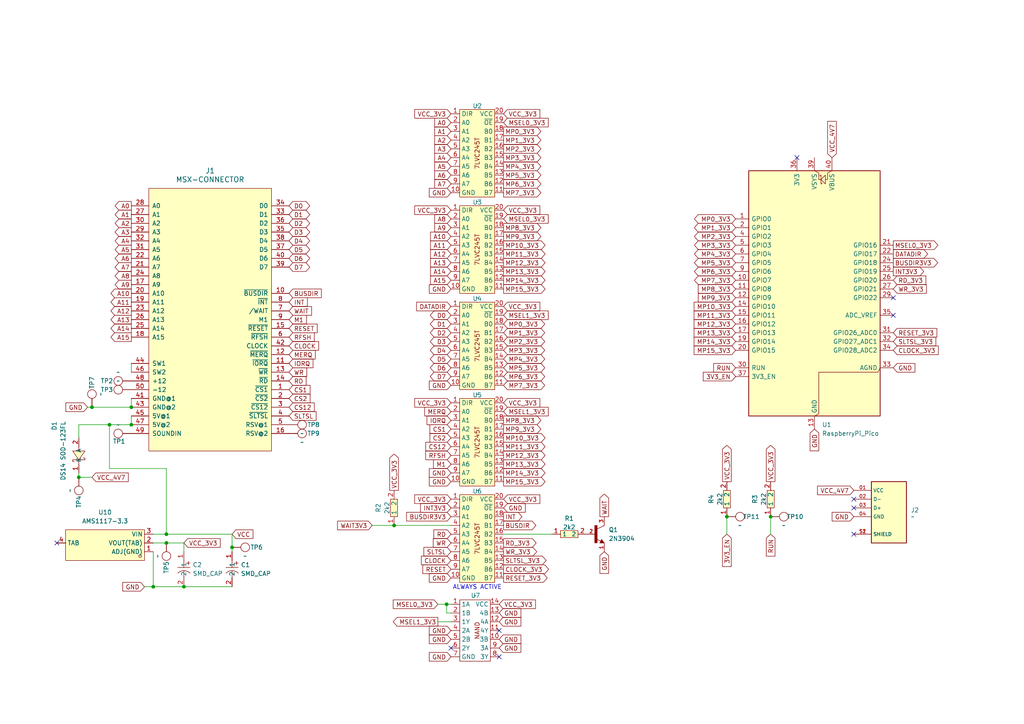
<source format=kicad_sch>
(kicad_sch (version 20231120) (generator "eeschema") (generator_version "8.0")
  (paper "A4")
  (title_block (title "PicoMSX") (date "2024-04-23") (company "Chandler Klüser"))
  (lib_symbols
    (symbol "pico-msxcart:2N3904" (pin_names (offset 1.016))
      (property "Reference" "Q" (at -0.762 3.048 0))
      (property "Value" "2N3904" (at -6.858 -4.318 0))
      (symbol "2N3904_0_0"
        (rectangle (start -0.254 -2.54) (end 0.508 2.54) (stroke (width 0.1)) (fill (type outline)))
        (polyline (pts (xy 1.27 -2.54) (xy 1.778 -1.524)) (stroke (width 0.1524)))
        (polyline (pts (xy 1.524 -2.413) (xy 2.286 -2.413)) (stroke (width 0.254)))
        (polyline (pts (xy 1.524 -2.286) (xy 1.905 -2.286)) (stroke (width 0.254)))
        (polyline (pts (xy 1.54 -2.04) (xy 0.308 -1.424)) (stroke (width 0.1524)))
        (polyline (pts (xy 1.778 -1.778) (xy 1.524 -2.286)) (stroke (width 0.254)))
        (polyline (pts (xy 1.778 -1.524) (xy 2.54 -2.54)) (stroke (width 0.1524)))
        (polyline (pts (xy 1.905 -2.286) (xy 1.778 -2.032)) (stroke (width 0.254)))
        (polyline (pts (xy 2.286 -2.413) (xy 1.778 -1.778)) (stroke (width 0.254)))
        (polyline (pts (xy 2.54 -2.54) (xy 1.27 -2.54)) (stroke (width 0.1524)))
        (polyline (pts (xy 2.54 2.54) (xy 0.508 1.524)) (stroke (width 0.1524)))
        (pin passive line (at 2.54 -5.08 90) (length 2.54) (name "~") (number "1"))
        (pin passive line (at -2.54 0 0) (length 2.54) (name "~") (number "2"))
        (pin passive line (at 2.54 5.08 270) (length 2.54) (name "~") (number "3"))
      )
    )
    (symbol "pico-msxcart:74LVC245"
      (property "Reference" "U" (at 0 12.7 0))
      (symbol "74LVC245_1_1"
        (rectangle (start -5.08 11.43) (end 5.08 -13.97) (fill (type background)))
        (text "7LVC245T" (at 0 -1.27 900) (effects (font (size 1.27 1.27))))
        (pin input line (at -7.62 10.16 0) (length 2.54) (name "DIR") (number "1"))
        (pin input line (at -7.62 -12.7 0) (length 2.54) (name "GND") (number "10"))
        (pin input line (at 7.62 -12.7 180) (length 2.54) (name "B7") (number "11"))
        (pin input line (at 7.62 -10.16 180) (length 2.54) (name "B6") (number "12"))
        (pin input line (at 7.62 -7.62 180) (length 2.54) (name "B5") (number "13"))
        (pin input line (at 7.62 -5.08 180) (length 2.54) (name "B4") (number "14"))
        (pin input line (at 7.62 -2.54 180) (length 2.54) (name "B3") (number "15"))
        (pin input line (at 7.62 0 180) (length 2.54) (name "B2") (number "16"))
        (pin input line (at 7.62 2.54 180) (length 2.54) (name "B1") (number "17"))
        (pin input line (at 7.62 5.08 180) (length 2.54) (name "B0") (number "18"))
        (pin input line (at 7.62 7.62 180) (length 2.54) (name "~{OE}") (number "19"))
        (pin input line (at -7.62 7.62 0) (length 2.54) (name "A0") (number "2"))
        (pin input line (at 7.62 10.16 180) (length 2.54) (name "VCC") (number "20"))
        (pin input line (at -7.62 5.08 0) (length 2.54) (name "A1") (number "3"))
        (pin input line (at -7.62 2.54 0) (length 2.54) (name "A2") (number "4"))
        (pin input line (at -7.62 0 0) (length 2.54) (name "A3") (number "5"))
        (pin input line (at -7.62 -2.54 0) (length 2.54) (name "A4") (number "6"))
        (pin input line (at -7.62 -5.08 0) (length 2.54) (name "A5") (number "7"))
        (pin input line (at -7.62 -7.62 0) (length 2.54) (name "A6") (number "8"))
        (pin input line (at -7.62 -10.16 0) (length 2.54) (name "A7") (number "9"))
      )
    )
    (symbol "pico-msxcart:AMS1117-3.3"
      (property "Reference" "U" (at 0 7.62 0))
      (property "Value" "AMS1117-3.3" (at 0 -7.62 0))
      (symbol "AMS1117-3.3_0_1"
        (rectangle (start -12.7 5.08) (end 10.16 -3.81) (fill (type background)))
        (circle (center -11.43 3.81) (radius 0.38))
        (pin unspecified line (at -15.24 2.54 0) (length 2.54) (name "ADJ(GND)") (number "1"))
        (pin unspecified line (at -15.24 0 0) (length 2.54) (name "VOUT(TAB)") (number "2"))
        (pin unspecified line (at -15.24 -2.54 0) (length 2.54) (name "VIN") (number "3"))
        (pin unspecified line (at 12.7 0 180) (length 2.54) (name "TAB") (number "4"))
      )
    )
    (symbol "pico-msxcart:MSX-CONNECTOR" (pin_names (offset 1.016))
      (property "Reference" "CON1" (at -3.81 19.05 0))
      (property "Value" "MSX-CONNECTOR" (at -11.43 11.43 0))
      (symbol "MSX-CONNECTOR_1_0"
        (pin bidirectional line (at 22.86 -20.32 180) (length 5) (name "~{CS1}") (number "1"))
        (pin bidirectional line (at 22.86 7.62 180) (length 5) (name "~{BUSDIR}") (number "10"))
        (pin bidirectional line (at 22.86 -12.7 180) (length 5) (name "~{IORQ}") (number "11"))
        (pin bidirectional line (at 22.86 -10.16 180) (length 5) (name "~{MERQ}") (number "12"))
        (pin bidirectional line (at 22.86 -15.24 180) (length 5) (name "~{WR}") (number "13"))
        (pin bidirectional line (at 22.86 -17.78 180) (length 5) (name "~{RD}") (number "14"))
        (pin bidirectional line (at 22.86 -2.54 180) (length 5) (name "~{RESET}") (number "15"))
        (pin bidirectional line (at 22.86 -33.02 180) (length 5) (name "RSV@2") (number "16"))
        (pin bidirectional line (at -22.86 10.16 0) (length 5) (name "A9") (number "17"))
        (pin bidirectional line (at -22.86 -5.08 0) (length 5) (name "A15") (number "18"))
        (pin bidirectional line (at -22.86 5.08 0) (length 5) (name "A11") (number "19"))
        (pin bidirectional line (at 22.86 -22.86 180) (length 5) (name "~{CS2}") (number "2"))
        (pin bidirectional line (at -22.86 7.62 0) (length 5) (name "A10") (number "20"))
        (pin bidirectional line (at -22.86 15.24 0) (length 5) (name "A7") (number "21"))
        (pin bidirectional line (at -22.86 17.78 0) (length 5) (name "A6") (number "22"))
        (pin bidirectional line (at -22.86 2.54 0) (length 5) (name "A12") (number "23"))
        (pin bidirectional line (at -22.86 12.7 0) (length 5) (name "A8") (number "24"))
        (pin bidirectional line (at -22.86 -2.54 0) (length 5) (name "A14") (number "25"))
        (pin bidirectional line (at -22.86 0 0) (length 5) (name "A13") (number "26"))
        (pin bidirectional line (at -22.86 30.48 0) (length 5) (name "A1") (number "27"))
        (pin bidirectional line (at -22.86 33.02 0) (length 5) (name "A0") (number "28"))
        (pin bidirectional line (at -22.86 25.4 0) (length 5) (name "A3") (number "29"))
        (pin bidirectional line (at 22.86 -25.4 180) (length 5) (name "~{CS12}") (number "3"))
        (pin bidirectional line (at -22.86 27.94 0) (length 5) (name "A2") (number "30"))
        (pin bidirectional line (at -22.86 20.32 0) (length 5) (name "A5") (number "31"))
        (pin bidirectional line (at -22.86 22.86 0) (length 5) (name "A4") (number "32"))
        (pin bidirectional line (at 22.86 30.48 180) (length 5) (name "D1") (number "33"))
        (pin bidirectional line (at 22.86 33.02 180) (length 5) (name "D0") (number "34"))
        (pin bidirectional line (at 22.86 25.4 180) (length 5) (name "D3") (number "35"))
        (pin bidirectional line (at 22.86 27.94 180) (length 5) (name "D2") (number "36"))
        (pin bidirectional line (at 22.86 20.32 180) (length 5) (name "D5") (number "37"))
        (pin bidirectional line (at 22.86 22.86 180) (length 5) (name "D4") (number "38"))
        (pin bidirectional line (at 22.86 15.24 180) (length 5) (name "D7") (number "39"))
        (pin bidirectional line (at 22.86 -27.94 180) (length 5) (name "~{SLTSL}") (number "4"))
        (pin bidirectional line (at 22.86 17.78 180) (length 5) (name "D6") (number "40"))
        (pin bidirectional line (at -22.86 -22.86 0) (length 5) (name "GND@1") (number "41"))
        (pin bidirectional line (at 22.86 -7.62 180) (length 5) (name "CLOCK") (number "42"))
        (pin bidirectional line (at -22.86 -25.4 0) (length 5) (name "GND@2") (number "43"))
        (pin bidirectional line (at -22.86 -12.7 0) (length 5) (name "SW1") (number "44"))
        (pin bidirectional line (at -22.86 -27.94 0) (length 5) (name "5V@1") (number "45"))
        (pin bidirectional line (at -22.86 -15.24 0) (length 5) (name "SW2") (number "46"))
        (pin bidirectional line (at -22.86 -30.48 0) (length 5) (name "5V@2") (number "47"))
        (pin bidirectional line (at -22.86 -17.78 0) (length 5) (name "+12") (number "48"))
        (pin bidirectional line (at -22.86 -33.02 0) (length 5) (name "SOUNDIN") (number "49"))
        (pin bidirectional line (at 22.86 -30.48 180) (length 5) (name "RSV@1") (number "5"))
        (pin bidirectional line (at -22.86 -20.32 0) (length 5) (name "-12") (number "50"))
        (pin bidirectional line (at 22.86 -5.08 180) (length 5) (name "~{RFSH}") (number "6"))
        (pin bidirectional line (at 22.86 2.54 180) (length 5) (name "/WAIT") (number "7"))
        (pin bidirectional line (at 22.86 5.08 180) (length 5) (name "~{INT}") (number "8"))
        (pin bidirectional line (at 22.86 0 180) (length 5) (name "M1") (number "9"))
      )
      (symbol "MSX-CONNECTOR_1_1"
        (rectangle (start -17.78 38.1) (end 17.78 -38.1) (fill (type background)))
      )
    )
    (symbol "pico-msxcart:RaspberryPi_Pico" (pin_names (offset 0.762))
      (property "Reference" "U" (at -19.05 38.1 0))
      (property "Value" "RaspberryPi_Pico" (at 7.62 38.1 0))
      (symbol "RaspberryPi_Pico_0_1"
        (rectangle (start -19.05 36.83) (end 19.05 -34.29) (stroke (width 0.254)) (fill (type background)))
        (polyline (pts (xy 0 36.83) (xy 1.27 36.195) (xy 1.27 34.29) (xy 1.905 34.29)))
        (polyline (pts (xy 1.905 34.29) (xy 3.175 35.56) (xy 3.175 33.02) (xy 1.905 34.29)))
        (polyline (pts (xy 5.08 36.83) (xy 3.81 36.195) (xy 3.81 34.29) (xy 3.175 34.29)))
        (polyline (pts (xy 0 -34.29) (xy 1.27 -33.655) (xy 1.27 -21.59) (xy 18.415 -21.59) (xy 19.05 -20.32)))
        (polyline (pts (xy 1.651 35.306) (xy 1.651 35.56) (xy 1.905 35.56) (xy 1.905 33.02) (xy 2.159 33.02) (xy 2.159 33.274)))
      )
      (symbol "RaspberryPi_Pico_1_1"
        (pin bidirectional line (at -22.86 22.86 0) (length 3.81) (name "GPIO0") (number "1"))
        (pin bidirectional line (at -22.86 5.08 0) (length 3.81) (name "GPIO7") (number "10"))
        (pin bidirectional line (at -22.86 2.54 0) (length 3.81) (name "GPIO8") (number "11"))
        (pin bidirectional line (at -22.86 0 0) (length 3.81) (name "GPIO9") (number "12"))
        (pin power_out line (at 0 -38.1 90) (length 3.81) (name "GND") (number "13"))
        (pin bidirectional line (at -22.86 -2.54 0) (length 3.81) (name "GPIO10") (number "14"))
        (pin bidirectional line (at -22.86 -5.08 0) (length 3.81) (name "GPIO11") (number "15"))
        (pin bidirectional line (at -22.86 -7.62 0) (length 3.81) (name "GPIO12") (number "16"))
        (pin bidirectional line (at -22.86 -10.16 0) (length 3.81) (name "GPIO13") (number "17"))
        (pin passive line (at 0 -38.1 90) (length 3.81) hide (name "GND") (number "18"))
        (pin bidirectional line (at -22.86 -12.7 0) (length 3.81) (name "GPIO14") (number "19"))
        (pin bidirectional line (at -22.86 20.32 0) (length 3.81) (name "GPIO1") (number "2"))
        (pin bidirectional line (at -22.86 -15.24 0) (length 3.81) (name "GPIO15") (number "20"))
        (pin bidirectional line (at 22.86 15.24 180) (length 3.81) (name "GPIO16") (number "21"))
        (pin bidirectional line (at 22.86 12.7 180) (length 3.81) (name "GPIO17") (number "22"))
        (pin passive line (at 0 -38.1 90) (length 3.81) hide (name "GND") (number "23"))
        (pin bidirectional line (at 22.86 10.16 180) (length 3.81) (name "GPIO18") (number "24"))
        (pin bidirectional line (at 22.86 7.62 180) (length 3.81) (name "GPIO19") (number "25"))
        (pin bidirectional line (at 22.86 5.08 180) (length 3.81) (name "GPIO20") (number "26"))
        (pin bidirectional line (at 22.86 2.54 180) (length 3.81) (name "GPIO21") (number "27"))
        (pin passive line (at 0 -38.1 90) (length 3.81) hide (name "GND") (number "28"))
        (pin bidirectional line (at 22.86 0 180) (length 3.81) (name "GPIO22") (number "29"))
        (pin passive line (at 0 -38.1 90) (length 3.81) hide (name "GND") (number "3"))
        (pin input line (at -22.86 -20.32 0) (length 3.81) (name "RUN") (number "30"))
        (pin bidirectional line (at 22.86 -10.16 180) (length 3.81) (name "GPIO26_ADC0") (number "31"))
        (pin bidirectional line (at 22.86 -12.7 180) (length 3.81) (name "GPIO27_ADC1") (number "32"))
        (pin power_in line (at 22.86 -20.32 180) (length 3.81) (name "AGND") (number "33"))
        (pin bidirectional line (at 22.86 -15.24 180) (length 3.81) (name "GPIO28_ADC2") (number "34"))
        (pin power_in line (at 22.86 -5.08 180) (length 3.81) (name "ADC_VREF") (number "35"))
        (pin power_out line (at -5.08 40.64 270) (length 3.81) (name "3V3") (number "36"))
        (pin input line (at -22.86 -22.86 0) (length 3.81) (name "3V3_EN") (number "37"))
        (pin passive line (at 0 -38.1 90) (length 3.81) hide (name "GND") (number "38"))
        (pin power_in line (at 0 40.64 270) (length 3.81) (name "VSYS") (number "39"))
        (pin bidirectional line (at -22.86 17.78 0) (length 3.81) (name "GPIO2") (number "4"))
        (pin power_out line (at 5.08 40.64 270) (length 3.81) (name "VBUS") (number "40"))
        (pin bidirectional line (at -22.86 15.24 0) (length 3.81) (name "GPIO3") (number "5"))
        (pin bidirectional line (at -22.86 12.7 0) (length 3.81) (name "GPIO4") (number "6"))
        (pin bidirectional line (at -22.86 10.16 0) (length 3.81) (name "GPIO5") (number "7"))
        (pin passive line (at 0 -38.1 90) (length 3.81) hide (name "GND") (number "8"))
        (pin bidirectional line (at -22.86 7.62 0) (length 3.81) (name "GPIO6") (number "9"))
      )
    )
    (symbol "pico-msxcart:SCHOTKKY"
      (property "Reference" "D" (at 0 5.08 0))
      (property "Value" "DS14 SOD-123FL" (at 0 -5.08 0))
      (symbol "SCHOTKKY_0_1"
        (polyline (pts (xy -1.27 0) (xy -2.54 0)))
        (polyline (pts (xy 2.54 0) (xy 1.27 0)))
        (polyline (pts (xy 1.27 1.78) (xy -1.27 0) (xy 1.27 -1.78) (xy 1.27 1.78)) (fill (type background)))
        (polyline (pts (xy -1.78 1.27) (xy -1.78 1.78) (xy -1.27 1.78) (xy -1.27 -1.78) (xy -0.76 -1.78) (xy -0.76 -1.27)))
        (pin unspecified line (at -5.08 0 0) (length 2.54) (name "K") (number "1"))
        (pin unspecified line (at 5.08 0 180) (length 2.54) (name "A") (number "2"))
      )
    )
    (symbol "pico-msxcart:SMD_CAP"
      (property "Reference" "C" (at 0 3.302 0))
      (property "Value" "SMD_CAP" (at 0 -5.08 0))
      (symbol "SMD_CAP_0_1"
        (polyline (pts (xy -2.54 0) (xy -0.51 0)))
        (polyline (pts (xy -2.29 1.27) (xy -1.27 1.27)))
        (polyline (pts (xy -1.78 1.78) (xy -1.78 0.76)))
        (polyline (pts (xy -0.51 1.78) (xy -0.51 -1.78)))
        (polyline (pts (xy 0.51 0) (xy 2.54 0)))
        (arc (start 1.15 1.79) (mid 0.4221 0.024) (end 1.13 -1.75))
        (pin input line (at -5.08 0 0) (length 2.54) (name "1") (number "1"))
        (pin input line (at 5.08 0 180) (length 2.54) (name "2") (number "2"))
      )
    )
    (symbol "pico-msxcart:SMD_RESISTOR"
      (property "Reference" "R" (at 0 5.08 0))
      (property "Value" "SMD_RESISTOR" (at 0 -5.08 0))
      (symbol "SMD_RESISTOR_0_1"
        (rectangle (start -2.54 1.02) (end 2.54 -1.02) (fill (type background)))
        (pin input line (at -5.08 0 0) (length 2.54) (name "1") (number "1"))
        (pin input line (at 5.08 0 180) (length 2.54) (name "2") (number "2"))
      )
    )
    (symbol "pico-msxcart:SN74LS00"
      (property "Reference" "U" (at -1.27 0 0))
      (symbol "SN74LS00_0_1"
        (rectangle (start -5.08 -1.27) (end 3.81 -19.05))
      )
      (symbol "SN74LS00_1_1"
        (text "NAND" (at 0 -10.16 900) (effects (font (size 1.27 1.27))))
        (pin input line (at -7.62 -2.54 0) (length 2.54) (name "1A") (number "1"))
        (pin input line (at 6.35 -12.7 180) (length 2.54) (name "3B") (number "10"))
        (pin output line (at 6.35 -10.16 180) (length 2.54) (name "4Y") (number "11"))
        (pin input line (at 6.35 -7.62 180) (length 2.54) (name "4A") (number "12"))
        (pin input line (at 6.35 -5.08 180) (length 2.54) (name "4B") (number "13"))
        (pin input line (at 6.35 -2.54 180) (length 2.54) (name "VCC") (number "14"))
        (pin input line (at -7.62 -5.08 0) (length 2.54) (name "1B") (number "2"))
        (pin output line (at -7.62 -7.62 0) (length 2.54) (name "1Y") (number "3"))
        (pin input line (at -7.62 -10.16 0) (length 2.54) (name "2A") (number "4"))
        (pin input line (at -7.62 -12.7 0) (length 2.54) (name "2B") (number "5"))
        (pin output line (at -7.62 -15.24 0) (length 2.54) (name "2Y") (number "6"))
        (pin input line (at -7.62 -17.78 0) (length 2.54) (name "GND") (number "7"))
        (pin output line (at 6.35 -17.78 180) (length 2.54) (name "3Y") (number "8"))
        (pin input line (at 6.35 -15.24 180) (length 2.54) (name "3A") (number "9"))
      )
    )
    (symbol "pico-msxcart:TEST_PROBE" (pin_numbers hide) (pin_names hide)
      (property "Reference" "TP" (at 0 1.016 0))
      (symbol "TEST_PROBE_0_1"
        (circle (center 1.27 -1.27) (radius 1.27))
      )
      (symbol "TEST_PROBE_1_1"
        (pin input line (at -2.54 -1.27 0) (length 2.54) (name "PROBE") (number "1"))
      )
    )
    (symbol "pico-msxcart:USB-A"
      (property "Reference" "J" (at 0 8.89 0))
      (symbol "USB-A_0_0"
        (rectangle (start -5.08 7.62) (end 5.08 -10.16) (stroke (width 0.254)) (fill (type background)))
        (pin power_in line (at -10.16 5.08 0) (length 5.08) (name "VCC") (number "01"))
        (pin bidirectional line (at -10.16 2.54 0) (length 5.08) (name "D-") (number "02"))
        (pin bidirectional line (at -10.16 0 0) (length 5.08) (name "D+") (number "03"))
        (pin power_in line (at -10.16 -2.54 0) (length 5.08) (name "GND") (number "04"))
        (pin passive line (at -10.16 -7.62 0) (length 5.08) (name "SHIELD") (number "S1"))
        (pin passive line (at -10.16 -7.62 0) (length 5.08) (name "SHIELD") (number "S2"))
      )
    )
  )
  (junction (at 114.3 152.4))
  (junction (at 38.1 123.19))
  (junction (at 67.31 158.75))
  (junction (at 53.34 170.18))
  (junction (at 44.45 170.18))
  (junction (at 210.82 149.86))
  (junction (at 48.26 154.94))
  (junction (at 31.75 123.19))
  (junction (at 38.1 118.11))
  (junction (at 223.52 149.86))
  (junction (at 48.26 157.48))
  (junction (at 129.54 175.26))
  (junction (at 26.67 118.11))
  (junction (at 22.86 138.43))
  (no_connect (at 247.65 154.94))
  (no_connect (at 259.08 91.44))
  (no_connect (at 144.78 182.88))
  (no_connect (at 16.51 157.48))
  (no_connect (at 247.65 147.32))
  (no_connect (at 231.14 45.72))
  (no_connect (at 130.81 187.96))
  (no_connect (at 259.08 86.36))
  (no_connect (at 247.65 144.78))
  (no_connect (at 144.78 190.5))
  (wire (pts (xy 129.54 175.26) (xy 130.81 175.26)))
  (wire (pts (xy 25.4 118.11) (xy 26.67 118.11)))
  (wire (pts (xy 127 180.34) (xy 130.81 180.34)))
  (wire (pts (xy 48.26 154.94) (xy 48.26 135.89)))
  (wire (pts (xy 44.45 160.02) (xy 44.45 170.18)))
  (wire (pts (xy 53.34 170.18) (xy 67.31 170.18)))
  (wire (pts (xy 48.26 154.94) (xy 67.31 154.94)))
  (wire (pts (xy 38.1 115.57) (xy 38.1 118.11)))
  (wire (pts (xy 31.75 123.19) (xy 22.86 123.19)))
  (wire (pts (xy 26.67 118.11) (xy 38.1 118.11)))
  (wire (pts (xy 22.86 138.43) (xy 26.67 138.43)))
  (wire (pts (xy 127 175.26) (xy 129.54 175.26)))
  (wire (pts (xy 146.05 154.94) (xy 160.02 154.94)))
  (wire (pts (xy 48.26 135.89) (xy 31.75 135.89)))
  (wire (pts (xy 67.31 160.02) (xy 67.31 158.75)))
  (wire (pts (xy 22.86 137.16) (xy 22.86 138.43)))
  (wire (pts (xy 130.81 177.8) (xy 129.54 177.8)))
  (wire (pts (xy 223.52 149.86) (xy 223.52 154.94)))
  (wire (pts (xy 44.45 157.48) (xy 48.26 157.48)))
  (wire (pts (xy 48.26 157.48) (xy 53.34 157.48)))
  (wire (pts (xy 53.34 157.48) (xy 53.34 160.02)))
  (wire (pts (xy 38.1 105.41) (xy 38.1 107.95)))
  (wire (pts (xy 48.26 154.94) (xy 44.45 154.94)))
  (wire (pts (xy 210.82 149.86) (xy 210.82 154.94)))
  (wire (pts (xy 107.95 152.4) (xy 114.3 152.4)))
  (wire (pts (xy 22.86 123.19) (xy 22.86 127)))
  (wire (pts (xy 38.1 120.65) (xy 38.1 123.19)))
  (wire (pts (xy 67.31 158.75) (xy 67.31 154.94)))
  (wire (pts (xy 44.45 170.18) (xy 53.34 170.18)))
  (wire (pts (xy 38.1 123.19) (xy 31.75 123.19)))
  (wire (pts (xy 114.3 152.4) (xy 130.81 152.4)))
  (wire (pts (xy 41.91 170.18) (xy 44.45 170.18)))
  (wire (pts (xy 129.54 177.8) (xy 129.54 175.26)))
  (wire (pts (xy 31.75 135.89) (xy 31.75 123.19)))
  (text "ALWAYS ACTIVE" (at 138.43 169.672 0) (effects (font (size 1.27 1.27)) (justify top)))
  (global_label "D7" (shape bidirectional) (at 130.81 109.22 180) (property "Intersheetrefs" "${INTERSHEET_REFS}" (effects (hide yes))))
  (global_label "RD" (shape input) (at 130.81 154.94 180) (property "Intersheetrefs" "${INTERSHEET_REFS}" (effects (hide yes))))
  (global_label "A1" (shape output) (at 38.1 62.23 180) (property "Intersheetrefs" "${INTERSHEET_REFS}" (effects (hide yes))))
  (global_label "RESET" (shape input) (at 130.81 165.1 180) (property "Intersheetrefs" "${INTERSHEET_REFS}" (effects (hide yes))))
  (global_label "MP2_3V3" (shape bidirectional) (at 146.05 99.06 0) (property "Intersheetrefs" "${INTERSHEET_REFS}" (effects (hide yes))))
  (global_label "D7" (shape bidirectional) (at 83.82 77.47 0) (property "Intersheetrefs" "${INTERSHEET_REFS}" (effects (hide yes))))
  (global_label "A8" (shape input) (at 130.81 63.5 180) (property "Intersheetrefs" "${INTERSHEET_REFS}" (effects (hide yes))))
  (global_label "MP2_3V3" (shape bidirectional) (at 213.36 68.58 180) (property "Intersheetrefs" "${INTERSHEET_REFS}" (effects (hide yes))))
  (global_label "MP11_3V3" (shape output) (at 146.05 129.54 0) (property "Intersheetrefs" "${INTERSHEET_REFS}" (effects (hide yes))))
  (global_label "MP5_3V3" (shape bidirectional) (at 146.05 106.68 0) (property "Intersheetrefs" "${INTERSHEET_REFS}" (effects (hide yes))))
  (global_label "MP6_3V3" (shape bidirectional) (at 213.36 78.74 180) (property "Intersheetrefs" "${INTERSHEET_REFS}" (effects (hide yes))))
  (global_label "VCC_3V3" (shape input) (at 146.05 116.84 0) (property "Intersheetrefs" "${INTERSHEET_REFS}" (effects (hide yes))))
  (global_label "MSEL0_3V3" (shape output) (at 259.08 71.12 0) (property "Intersheetrefs" "${INTERSHEET_REFS}" (effects (hide yes))))
  (global_label "MP0_3V3" (shape output) (at 146.05 38.1 0) (property "Intersheetrefs" "${INTERSHEET_REFS}" (effects (hide yes))))
  (global_label "INT3V3" (shape output) (at 259.08 78.74 0) (property "Intersheetrefs" "${INTERSHEET_REFS}" (effects (hide yes))))
  (global_label "A14" (shape output) (at 38.1 95.25 180) (property "Intersheetrefs" "${INTERSHEET_REFS}" (effects (hide yes))))
  (global_label "A15" (shape output) (at 38.1 97.79 180) (property "Intersheetrefs" "${INTERSHEET_REFS}" (effects (hide yes))))
  (global_label "INT" (shape input) (at 83.82 87.63 0) (property "Intersheetrefs" "${INTERSHEET_REFS}" (effects (hide yes))))
  (global_label "VCC_3V3" (shape input) (at 130.81 144.78 180) (property "Intersheetrefs" "${INTERSHEET_REFS}" (effects (hide yes))))
  (global_label "GND" (shape input) (at 130.81 111.76 180) (property "Intersheetrefs" "${INTERSHEET_REFS}" (effects (hide yes))))
  (global_label "CLOCK_3V3" (shape input) (at 259.08 101.6 0) (property "Intersheetrefs" "${INTERSHEET_REFS}" (effects (hide yes))))
  (global_label "MP4_3V3" (shape output) (at 146.05 48.26 0) (property "Intersheetrefs" "${INTERSHEET_REFS}" (effects (hide yes))))
  (global_label "MP13_3V3" (shape output) (at 146.05 134.62 0) (property "Intersheetrefs" "${INTERSHEET_REFS}" (effects (hide yes))))
  (global_label "RD_3V3" (shape output) (at 146.05 157.48 0) (property "Intersheetrefs" "${INTERSHEET_REFS}" (effects (hide yes))))
  (global_label "A4" (shape input) (at 130.81 45.72 180) (property "Intersheetrefs" "${INTERSHEET_REFS}" (effects (hide yes))))
  (global_label "A5" (shape input) (at 130.81 48.26 180) (property "Intersheetrefs" "${INTERSHEET_REFS}" (effects (hide yes))))
  (global_label "CS1" (shape input) (at 83.82 113.03 0) (property "Intersheetrefs" "${INTERSHEET_REFS}" (effects (hide yes))))
  (global_label "RD" (shape input) (at 83.82 110.49 0) (property "Intersheetrefs" "${INTERSHEET_REFS}" (effects (hide yes))))
  (global_label "A9" (shape input) (at 130.81 66.04 180) (property "Intersheetrefs" "${INTERSHEET_REFS}" (effects (hide yes))))
  (global_label "WAIT3V3" (shape input) (at 107.95 152.4 180) (property "Intersheetrefs" "${INTERSHEET_REFS}" (effects (hide yes))))
  (global_label "WAIT" (shape output) (at 175.26 149.86 90) (property "Intersheetrefs" "${INTERSHEET_REFS}" (effects (hide yes))))
  (global_label "VCC_3V3" (shape input) (at 144.78 175.26 0) (property "Intersheetrefs" "${INTERSHEET_REFS}" (effects (hide yes))))
  (global_label "MP11_3V3" (shape input) (at 213.36 91.44 180) (property "Intersheetrefs" "${INTERSHEET_REFS}" (effects (hide yes))))
  (global_label "CLOCK_3V3" (shape output) (at 146.05 165.1 0) (property "Intersheetrefs" "${INTERSHEET_REFS}" (effects (hide yes))))
  (global_label "A6" (shape input) (at 130.81 50.8 180) (property "Intersheetrefs" "${INTERSHEET_REFS}" (effects (hide yes))))
  (global_label "D2" (shape bidirectional) (at 83.82 64.77 0) (property "Intersheetrefs" "${INTERSHEET_REFS}" (effects (hide yes))))
  (global_label "MSEL0_3V3" (shape input) (at 127 175.26 180) (property "Intersheetrefs" "${INTERSHEET_REFS}" (effects (hide yes))))
  (global_label "SLTSL_3V3" (shape output) (at 146.05 162.56 0) (property "Intersheetrefs" "${INTERSHEET_REFS}" (effects (hide yes))))
  (global_label "RESET_3V3" (shape input) (at 259.08 96.52 0) (property "Intersheetrefs" "${INTERSHEET_REFS}" (effects (hide yes))))
  (global_label "3V3_EN" (shape input) (at 213.36 109.22 180) (property "Intersheetrefs" "${INTERSHEET_REFS}" (effects (hide yes))))
  (global_label "MP14_3V3" (shape output) (at 146.05 81.28 0) (property "Intersheetrefs" "${INTERSHEET_REFS}" (effects (hide yes))))
  (global_label "MSEL1_3V3" (shape output) (at 127 180.34 180) (property "Intersheetrefs" "${INTERSHEET_REFS}" (effects (hide yes))))
  (global_label "VCC_3V3" (shape input) (at 130.81 33.02 180) (property "Intersheetrefs" "${INTERSHEET_REFS}" (effects (hide yes))))
  (global_label "MP13_3V3" (shape output) (at 146.05 78.74 0) (property "Intersheetrefs" "${INTERSHEET_REFS}" (effects (hide yes))))
  (global_label "GND" (shape input) (at 144.78 187.96 0) (property "Intersheetrefs" "${INTERSHEET_REFS}" (effects (hide yes))))
  (global_label "GND" (shape input) (at 41.91 170.18 180) (property "Intersheetrefs" "${INTERSHEET_REFS}" (effects (hide yes))))
  (global_label "GND" (shape input) (at 144.78 180.34 0) (property "Intersheetrefs" "${INTERSHEET_REFS}" (effects (hide yes))))
  (global_label "A7" (shape input) (at 130.81 53.34 180) (property "Intersheetrefs" "${INTERSHEET_REFS}" (effects (hide yes))))
  (global_label "WR_3V3" (shape output) (at 146.05 160.02 0) (property "Intersheetrefs" "${INTERSHEET_REFS}" (effects (hide yes))))
  (global_label "MP14_3V3" (shape input) (at 213.36 99.06 180) (property "Intersheetrefs" "${INTERSHEET_REFS}" (effects (hide yes))))
  (global_label "MP5_3V3" (shape output) (at 146.05 50.8 0) (property "Intersheetrefs" "${INTERSHEET_REFS}" (effects (hide yes))))
  (global_label "D4" (shape bidirectional) (at 130.81 101.6 180) (property "Intersheetrefs" "${INTERSHEET_REFS}" (effects (hide yes))))
  (global_label "A6" (shape output) (at 38.1 74.93 180) (property "Intersheetrefs" "${INTERSHEET_REFS}" (effects (hide yes))))
  (global_label "D4" (shape bidirectional) (at 83.82 69.85 0) (property "Intersheetrefs" "${INTERSHEET_REFS}" (effects (hide yes))))
  (global_label "VCC_3V3" (shape input) (at 146.05 60.96 0) (property "Intersheetrefs" "${INTERSHEET_REFS}" (effects (hide yes))))
  (global_label "A13" (shape output) (at 38.1 92.71 180) (property "Intersheetrefs" "${INTERSHEET_REFS}" (effects (hide yes))))
  (global_label "MP3_3V3" (shape output) (at 146.05 45.72 0) (property "Intersheetrefs" "${INTERSHEET_REFS}" (effects (hide yes))))
  (global_label "DATADIR" (shape output) (at 259.08 73.66 0) (property "Intersheetrefs" "${INTERSHEET_REFS}" (effects (hide yes))))
  (global_label "CS12" (shape input) (at 83.82 118.11 0) (property "Intersheetrefs" "${INTERSHEET_REFS}" (effects (hide yes))))
  (global_label "MP0_3V3" (shape bidirectional) (at 213.36 63.5 180) (property "Intersheetrefs" "${INTERSHEET_REFS}" (effects (hide yes))))
  (global_label "D5" (shape bidirectional) (at 83.82 72.39 0) (property "Intersheetrefs" "${INTERSHEET_REFS}" (effects (hide yes))))
  (global_label "RESET_3V3" (shape output) (at 146.05 167.64 0) (property "Intersheetrefs" "${INTERSHEET_REFS}" (effects (hide yes))))
  (global_label "MP7_3V3" (shape output) (at 146.05 55.88 0) (property "Intersheetrefs" "${INTERSHEET_REFS}" (effects (hide yes))))
  (global_label "D1" (shape bidirectional) (at 83.82 62.23 0) (property "Intersheetrefs" "${INTERSHEET_REFS}" (effects (hide yes))))
  (global_label "MERQ" (shape input) (at 83.82 102.87 0) (property "Intersheetrefs" "${INTERSHEET_REFS}" (effects (hide yes))))
  (global_label "MP1_3V3" (shape output) (at 146.05 40.64 0) (property "Intersheetrefs" "${INTERSHEET_REFS}" (effects (hide yes))))
  (global_label "MSEL1_3V3" (shape input) (at 146.05 91.44 0) (property "Intersheetrefs" "${INTERSHEET_REFS}" (effects (hide yes))))
  (global_label "CS12" (shape input) (at 130.81 129.54 180) (property "Intersheetrefs" "${INTERSHEET_REFS}" (effects (hide yes))))
  (global_label "MP1_3V3" (shape bidirectional) (at 213.36 66.04 180) (property "Intersheetrefs" "${INTERSHEET_REFS}" (effects (hide yes))))
  (global_label "GND" (shape input) (at 259.08 106.68 0) (property "Intersheetrefs" "${INTERSHEET_REFS}" (effects (hide yes))))
  (global_label "MP1_3V3" (shape bidirectional) (at 146.05 96.52 0) (property "Intersheetrefs" "${INTERSHEET_REFS}" (effects (hide yes))))
  (global_label "A10" (shape output) (at 38.1 85.09 180) (property "Intersheetrefs" "${INTERSHEET_REFS}" (effects (hide yes))))
  (global_label "MP10_3V3" (shape output) (at 146.05 127 0) (property "Intersheetrefs" "${INTERSHEET_REFS}" (effects (hide yes))))
  (global_label "GND" (shape input) (at 130.81 190.5 180) (property "Intersheetrefs" "${INTERSHEET_REFS}" (effects (hide yes))))
  (global_label "IORQ" (shape input) (at 83.82 105.41 0) (property "Intersheetrefs" "${INTERSHEET_REFS}" (effects (hide yes))))
  (global_label "M1" (shape input) (at 83.82 92.71 0) (property "Intersheetrefs" "${INTERSHEET_REFS}" (effects (hide yes))))
  (global_label "GND" (shape input) (at 130.81 137.16 180) (property "Intersheetrefs" "${INTERSHEET_REFS}" (effects (hide yes))))
  (global_label "CS1" (shape input) (at 130.81 124.46 180) (property "Intersheetrefs" "${INTERSHEET_REFS}" (effects (hide yes))))
  (global_label "A4" (shape output) (at 38.1 69.85 180) (property "Intersheetrefs" "${INTERSHEET_REFS}" (effects (hide yes))))
  (global_label "GND" (shape input) (at 144.78 185.42 0) (property "Intersheetrefs" "${INTERSHEET_REFS}" (effects (hide yes))))
  (global_label "GND" (shape input) (at 146.05 147.32 0) (property "Intersheetrefs" "${INTERSHEET_REFS}" (effects (hide yes))))
  (global_label "RESET" (shape input) (at 83.82 95.25 0) (property "Intersheetrefs" "${INTERSHEET_REFS}" (effects (hide yes))))
  (global_label "GND" (shape input) (at 144.78 177.8 0) (property "Intersheetrefs" "${INTERSHEET_REFS}" (effects (hide yes))))
  (global_label "CLOCK" (shape input) (at 83.82 100.33 0) (property "Intersheetrefs" "${INTERSHEET_REFS}" (effects (hide yes))))
  (global_label "A9" (shape output) (at 38.1 82.55 180) (property "Intersheetrefs" "${INTERSHEET_REFS}" (effects (hide yes))))
  (global_label "SLTSL" (shape input) (at 83.82 120.65 0) (property "Intersheetrefs" "${INTERSHEET_REFS}" (effects (hide yes))))
  (global_label "INT" (shape output) (at 146.05 149.86 0) (property "Intersheetrefs" "${INTERSHEET_REFS}" (effects (hide yes))))
  (global_label "VCC_3V3" (shape output) (at 114.3 142.24 90) (property "Intersheetrefs" "${INTERSHEET_REFS}" (effects (hide yes))))
  (global_label "WR" (shape input) (at 83.82 107.95 0) (property "Intersheetrefs" "${INTERSHEET_REFS}" (effects (hide yes))))
  (global_label "MP4_3V3" (shape bidirectional) (at 213.36 73.66 180) (property "Intersheetrefs" "${INTERSHEET_REFS}" (effects (hide yes))))
  (global_label "GND" (shape input) (at 130.81 83.82 180) (property "Intersheetrefs" "${INTERSHEET_REFS}" (effects (hide yes))))
  (global_label "A2" (shape output) (at 38.1 64.77 180) (property "Intersheetrefs" "${INTERSHEET_REFS}" (effects (hide yes))))
  (global_label "A13" (shape input) (at 130.81 76.2 180) (property "Intersheetrefs" "${INTERSHEET_REFS}" (effects (hide yes))))
  (global_label "A3" (shape input) (at 130.81 43.18 180) (property "Intersheetrefs" "${INTERSHEET_REFS}" (effects (hide yes))))
  (global_label "A8" (shape output) (at 38.1 80.01 180) (property "Intersheetrefs" "${INTERSHEET_REFS}" (effects (hide yes))))
  (global_label "D1" (shape bidirectional) (at 130.81 93.98 180) (property "Intersheetrefs" "${INTERSHEET_REFS}" (effects (hide yes))))
  (global_label "MP11_3V3" (shape output) (at 146.05 73.66 0) (property "Intersheetrefs" "${INTERSHEET_REFS}" (effects (hide yes))))
  (global_label "VCC_3V3" (shape output) (at 210.82 139.7 90) (property "Intersheetrefs" "${INTERSHEET_REFS}" (effects (hide yes))))
  (global_label "GND" (shape input) (at 130.81 55.88 180) (property "Intersheetrefs" "${INTERSHEET_REFS}" (effects (hide yes))))
  (global_label "GND" (shape input) (at 247.65 149.86 180) (property "Intersheetrefs" "${INTERSHEET_REFS}" (effects (hide yes))))
  (global_label "A5" (shape output) (at 38.1 72.39 180) (property "Intersheetrefs" "${INTERSHEET_REFS}" (effects (hide yes))))
  (global_label "A14" (shape input) (at 130.81 78.74 180) (property "Intersheetrefs" "${INTERSHEET_REFS}" (effects (hide yes))))
  (global_label "MERQ" (shape input) (at 130.81 119.38 180) (property "Intersheetrefs" "${INTERSHEET_REFS}" (effects (hide yes))))
  (global_label "WR_3V3" (shape input) (at 259.08 83.82 0) (property "Intersheetrefs" "${INTERSHEET_REFS}" (effects (hide yes))))
  (global_label "VCC" (shape input) (at 67.31 154.94 0) (property "Intersheetrefs" "${INTERSHEET_REFS}" (effects (hide yes))))
  (global_label "D0" (shape bidirectional) (at 83.82 59.69 0) (property "Intersheetrefs" "${INTERSHEET_REFS}" (effects (hide yes))))
  (global_label "VCC_4V7" (shape input) (at 247.65 142.24 180) (property "Intersheetrefs" "${INTERSHEET_REFS}" (effects (hide yes))))
  (global_label "MP12_3V3" (shape input) (at 213.36 93.98 180) (property "Intersheetrefs" "${INTERSHEET_REFS}" (effects (hide yes))))
  (global_label "RUN" (shape input) (at 223.52 154.94 270) (property "Intersheetrefs" "${INTERSHEET_REFS}" (effects (hide yes))))
  (global_label "MP15_3V3" (shape input) (at 213.36 101.6 180) (property "Intersheetrefs" "${INTERSHEET_REFS}" (effects (hide yes))))
  (global_label "D3" (shape bidirectional) (at 130.81 99.06 180) (property "Intersheetrefs" "${INTERSHEET_REFS}" (effects (hide yes))))
  (global_label "MSEL0_3V3" (shape input) (at 146.05 35.56 0) (property "Intersheetrefs" "${INTERSHEET_REFS}" (effects (hide yes))))
  (global_label "MP6_3V3" (shape output) (at 146.05 53.34 0) (property "Intersheetrefs" "${INTERSHEET_REFS}" (effects (hide yes))))
  (global_label "D3" (shape bidirectional) (at 83.82 67.31 0) (property "Intersheetrefs" "${INTERSHEET_REFS}" (effects (hide yes))))
  (global_label "A12" (shape input) (at 130.81 73.66 180) (property "Intersheetrefs" "${INTERSHEET_REFS}" (effects (hide yes))))
  (global_label "VCC_3V3" (shape input) (at 146.05 88.9 0) (property "Intersheetrefs" "${INTERSHEET_REFS}" (effects (hide yes))))
  (global_label "BUSDIR3V3" (shape output) (at 259.08 76.2 0) (property "Intersheetrefs" "${INTERSHEET_REFS}" (effects (hide yes))))
  (global_label "VCC_3V3" (shape input) (at 146.05 144.78 0) (property "Intersheetrefs" "${INTERSHEET_REFS}" (effects (hide yes))))
  (global_label "BUSDIR" (shape input) (at 83.82 85.09 0) (property "Intersheetrefs" "${INTERSHEET_REFS}" (effects (hide yes))))
  (global_label "A0" (shape input) (at 130.81 35.56 180) (property "Intersheetrefs" "${INTERSHEET_REFS}" (effects (hide yes))))
  (global_label "MP3_3V3" (shape bidirectional) (at 213.36 71.12 180) (property "Intersheetrefs" "${INTERSHEET_REFS}" (effects (hide yes))))
  (global_label "WR" (shape input) (at 130.81 157.48 180) (property "Intersheetrefs" "${INTERSHEET_REFS}" (effects (hide yes))))
  (global_label "MP3_3V3" (shape bidirectional) (at 146.05 101.6 0) (property "Intersheetrefs" "${INTERSHEET_REFS}" (effects (hide yes))))
  (global_label "MP15_3V3" (shape output) (at 146.05 139.7 0) (property "Intersheetrefs" "${INTERSHEET_REFS}" (effects (hide yes))))
  (global_label "MP9_3V3" (shape output) (at 146.05 68.58 0) (property "Intersheetrefs" "${INTERSHEET_REFS}" (effects (hide yes))))
  (global_label "DATADIR" (shape input) (at 130.81 88.9 180) (property "Intersheetrefs" "${INTERSHEET_REFS}" (effects (hide yes))))
  (global_label "RFSH" (shape input) (at 130.81 132.08 180) (property "Intersheetrefs" "${INTERSHEET_REFS}" (effects (hide yes))))
  (global_label "GND" (shape input) (at 175.26 160.02 270) (property "Intersheetrefs" "${INTERSHEET_REFS}" (effects (hide yes))))
  (global_label "A10" (shape input) (at 130.81 68.58 180) (property "Intersheetrefs" "${INTERSHEET_REFS}" (effects (hide yes))))
  (global_label "SLTSL" (shape input) (at 130.81 160.02 180) (property "Intersheetrefs" "${INTERSHEET_REFS}" (effects (hide yes))))
  (global_label "RD_3V3" (shape input) (at 259.08 81.28 0) (property "Intersheetrefs" "${INTERSHEET_REFS}" (effects (hide yes))))
  (global_label "MP9_3V3" (shape input) (at 213.36 86.36 180) (property "Intersheetrefs" "${INTERSHEET_REFS}" (effects (hide yes))))
  (global_label "SLTSL_3V3" (shape input) (at 259.08 99.06 0) (property "Intersheetrefs" "${INTERSHEET_REFS}" (effects (hide yes))))
  (global_label "MP14_3V3" (shape output) (at 146.05 137.16 0) (property "Intersheetrefs" "${INTERSHEET_REFS}" (effects (hide yes))))
  (global_label "MSEL1_3V3" (shape input) (at 146.05 119.38 0) (property "Intersheetrefs" "${INTERSHEET_REFS}" (effects (hide yes))))
  (global_label "BUSDIR" (shape output) (at 146.05 152.4 0) (property "Intersheetrefs" "${INTERSHEET_REFS}" (effects (hide yes))))
  (global_label "VCC_4V7" (shape input) (at 241.3 45.72 90) (property "Intersheetrefs" "${INTERSHEET_REFS}" (effects (hide yes))))
  (global_label "MP8_3V3" (shape output) (at 146.05 66.04 0) (property "Intersheetrefs" "${INTERSHEET_REFS}" (effects (hide yes))))
  (global_label "MP10_3V3" (shape output) (at 146.05 71.12 0) (property "Intersheetrefs" "${INTERSHEET_REFS}" (effects (hide yes))))
  (global_label "VCC_4V7" (shape input) (at 26.67 138.43 0) (property "Intersheetrefs" "${INTERSHEET_REFS}" (effects (hide yes))))
  (global_label "GND" (shape input) (at 130.81 182.88 180) (property "Intersheetrefs" "${INTERSHEET_REFS}" (effects (hide yes))))
  (global_label "MP12_3V3" (shape output) (at 146.05 76.2 0) (property "Intersheetrefs" "${INTERSHEET_REFS}" (effects (hide yes))))
  (global_label "MP9_3V3" (shape output) (at 146.05 124.46 0) (property "Intersheetrefs" "${INTERSHEET_REFS}" (effects (hide yes))))
  (global_label "D5" (shape bidirectional) (at 130.81 104.14 180) (property "Intersheetrefs" "${INTERSHEET_REFS}" (effects (hide yes))))
  (global_label "CS2" (shape input) (at 83.82 115.57 0) (property "Intersheetrefs" "${INTERSHEET_REFS}" (effects (hide yes))))
  (global_label "MP13_3V3" (shape input) (at 213.36 96.52 180) (property "Intersheetrefs" "${INTERSHEET_REFS}" (effects (hide yes))))
  (global_label "D2" (shape bidirectional) (at 130.81 96.52 180) (property "Intersheetrefs" "${INTERSHEET_REFS}" (effects (hide yes))))
  (global_label "D6" (shape bidirectional) (at 130.81 106.68 180) (property "Intersheetrefs" "${INTERSHEET_REFS}" (effects (hide yes))))
  (global_label "A1" (shape input) (at 130.81 38.1 180) (property "Intersheetrefs" "${INTERSHEET_REFS}" (effects (hide yes))))
  (global_label "VCC_3V3" (shape input) (at 146.05 33.02 0) (property "Intersheetrefs" "${INTERSHEET_REFS}" (effects (hide yes))))
  (global_label "3V3_EN" (shape input) (at 210.82 154.94 270) (property "Intersheetrefs" "${INTERSHEET_REFS}" (effects (hide yes))))
  (global_label "MSEL0_3V3" (shape input) (at 146.05 63.5 0) (property "Intersheetrefs" "${INTERSHEET_REFS}" (effects (hide yes))))
  (global_label "GND" (shape input) (at 25.4 118.11 180) (property "Intersheetrefs" "${INTERSHEET_REFS}" (effects (hide yes))))
  (global_label "MP10_3V3" (shape input) (at 213.36 88.9 180) (property "Intersheetrefs" "${INTERSHEET_REFS}" (effects (hide yes))))
  (global_label "RFSH" (shape input) (at 83.82 97.79 0) (property "Intersheetrefs" "${INTERSHEET_REFS}" (effects (hide yes))))
  (global_label "M1" (shape input) (at 130.81 134.62 180) (property "Intersheetrefs" "${INTERSHEET_REFS}" (effects (hide yes))))
  (global_label "A12" (shape output) (at 38.1 90.17 180) (property "Intersheetrefs" "${INTERSHEET_REFS}" (effects (hide yes))))
  (global_label "MP7_3V3" (shape bidirectional) (at 213.36 81.28 180) (property "Intersheetrefs" "${INTERSHEET_REFS}" (effects (hide yes))))
  (global_label "A7" (shape output) (at 38.1 77.47 180) (property "Intersheetrefs" "${INTERSHEET_REFS}" (effects (hide yes))))
  (global_label "GND" (shape input) (at 130.81 167.64 180) (property "Intersheetrefs" "${INTERSHEET_REFS}" (effects (hide yes))))
  (global_label "A0" (shape output) (at 38.1 59.69 180) (property "Intersheetrefs" "${INTERSHEET_REFS}" (effects (hide yes))))
  (global_label "MP4_3V3" (shape bidirectional) (at 146.05 104.14 0) (property "Intersheetrefs" "${INTERSHEET_REFS}" (effects (hide yes))))
  (global_label "MP15_3V3" (shape output) (at 146.05 83.82 0) (property "Intersheetrefs" "${INTERSHEET_REFS}" (effects (hide yes))))
  (global_label "IORQ" (shape input) (at 130.81 121.92 180) (property "Intersheetrefs" "${INTERSHEET_REFS}" (effects (hide yes))))
  (global_label "MP8_3V3" (shape output) (at 146.05 121.92 0) (property "Intersheetrefs" "${INTERSHEET_REFS}" (effects (hide yes))))
  (global_label "VCC_3V3" (shape input) (at 130.81 60.96 180) (property "Intersheetrefs" "${INTERSHEET_REFS}" (effects (hide yes))))
  (global_label "CLOCK" (shape input) (at 130.81 162.56 180) (property "Intersheetrefs" "${INTERSHEET_REFS}" (effects (hide yes))))
  (global_label "A11" (shape output) (at 38.1 87.63 180) (property "Intersheetrefs" "${INTERSHEET_REFS}" (effects (hide yes))))
  (global_label "A3" (shape output) (at 38.1 67.31 180) (property "Intersheetrefs" "${INTERSHEET_REFS}" (effects (hide yes))))
  (global_label "A15" (shape input) (at 130.81 81.28 180) (property "Intersheetrefs" "${INTERSHEET_REFS}" (effects (hide yes))))
  (global_label "MP7_3V3" (shape bidirectional) (at 146.05 111.76 0) (property "Intersheetrefs" "${INTERSHEET_REFS}" (effects (hide yes))))
  (global_label "A2" (shape input) (at 130.81 40.64 180) (property "Intersheetrefs" "${INTERSHEET_REFS}" (effects (hide yes))))
  (global_label "VCC_3V3" (shape output) (at 223.52 139.7 90) (property "Intersheetrefs" "${INTERSHEET_REFS}" (effects (hide yes))))
  (global_label "MP12_3V3" (shape output) (at 146.05 132.08 0) (property "Intersheetrefs" "${INTERSHEET_REFS}" (effects (hide yes))))
  (global_label "D6" (shape bidirectional) (at 83.82 74.93 0) (property "Intersheetrefs" "${INTERSHEET_REFS}" (effects (hide yes))))
  (global_label "MP2_3V3" (shape output) (at 146.05 43.18 0) (property "Intersheetrefs" "${INTERSHEET_REFS}" (effects (hide yes))))
  (global_label "RUN" (shape input) (at 213.36 106.68 180) (property "Intersheetrefs" "${INTERSHEET_REFS}" (effects (hide yes))))
  (global_label "VCC_3V3" (shape input) (at 130.81 116.84 180) (property "Intersheetrefs" "${INTERSHEET_REFS}" (effects (hide yes))))
  (global_label "MP6_3V3" (shape bidirectional) (at 146.05 109.22 0) (property "Intersheetrefs" "${INTERSHEET_REFS}" (effects (hide yes))))
  (global_label "MP8_3V3" (shape input) (at 213.36 83.82 180) (property "Intersheetrefs" "${INTERSHEET_REFS}" (effects (hide yes))))
  (global_label "VCC_3V3" (shape input) (at 53.34 157.48 0) (property "Intersheetrefs" "${INTERSHEET_REFS}" (effects (hide yes))))
  (global_label "WAIT" (shape input) (at 83.82 90.17 0) (property "Intersheetrefs" "${INTERSHEET_REFS}" (effects (hide yes))))
  (global_label "MP5_3V3" (shape bidirectional) (at 213.36 76.2 180) (property "Intersheetrefs" "${INTERSHEET_REFS}" (effects (hide yes))))
  (global_label "MP0_3V3" (shape bidirectional) (at 146.05 93.98 0) (property "Intersheetrefs" "${INTERSHEET_REFS}" (effects (hide yes))))
  (global_label "D0" (shape bidirectional) (at 130.81 91.44 180) (property "Intersheetrefs" "${INTERSHEET_REFS}" (effects (hide yes))))
  (global_label "A11" (shape input) (at 130.81 71.12 180) (property "Intersheetrefs" "${INTERSHEET_REFS}" (effects (hide yes))))
  (global_label "INT3V3" (shape input) (at 130.81 147.32 180) (property "Intersheetrefs" "${INTERSHEET_REFS}" (effects (hide yes))))
  (global_label "BUSDIR3V3" (shape input) (at 130.81 149.86 180) (property "Intersheetrefs" "${INTERSHEET_REFS}" (effects (hide yes))))
  (global_label "GND" (shape input) (at 236.22 124.46 270) (property "Intersheetrefs" "${INTERSHEET_REFS}" (effects (hide yes))))
  (global_label "CS2" (shape input) (at 130.81 127 180) (property "Intersheetrefs" "${INTERSHEET_REFS}" (effects (hide yes))))
  (global_label "GND" (shape input) (at 130.81 185.42 180) (property "Intersheetrefs" "${INTERSHEET_REFS}" (effects (hide yes))))
  (global_label "GND" (shape input) (at 130.81 139.7 180) (property "Intersheetrefs" "${INTERSHEET_REFS}" (effects (hide yes))))
  (symbol (lib_id "pico-msxcart:2N3904") (at 172.72 154.94 0) (unit 1)
    (property "Reference" "Q1" (at 176.53 153.6699 0) (effects (justify left)))
    (property "Value" "2N3904" (at 176.53 156.2099 0) (effects (justify left)))
    (property "Footprint" "pico-msxcart:2N3904" (effects (hide yes)))
    (property "MF" "0" (effects (hide yes)))
    (property "MAXIMUM_PACKAGE_HEIGHT" "0" (effects (hide yes)))
    (property "Package" "0" (effects (hide yes)))
    (property "Price" "0" (effects (hide yes)))
    (property "Check_prices" "0" (effects (hide yes)))
    (property "STANDARD" "0" (effects (hide yes)))
    (property "PARTREV" "0" (effects (hide yes)))
    (property "SnapEDA_Link" "0" (effects (hide yes)))
    (property "MP" "0" (effects (hide yes)))
    (property "Purchase-URL" "0" (effects (hide yes)))
    (property "Description_1" "0" (effects (hide yes)))
    (property "Availability" "0" (effects (hide yes)))
    (property "MANUFACTURER" "0" (effects (hide yes)))
  )
  (symbol (lib_id "pico-msxcart:SMD_RESISTOR") (at 223.52 144.78 90) (unit 1)
    (property "Reference" "R3" (at 218.948 144.78 0))
    (property "Value" "2k2" (at 221.488 144.78 0))
    (property "Footprint" "pico-msxcart:R0603" (effects (hide yes)))
    (property "Datasheet" "https://lcsc.com/product-detail/Chip-Resistor-Surface-Mount-UniOhm_10KR-1002-1_C25804.html" (effects (hide yes)))
    (property "LCSC Part" "C25804" (effects (hide yes)))
  )
  (symbol (lib_id "pico-msxcart:TEST_PROBE") (at 35.56 111.76 180) (unit 1)
    (property "Reference" "TP2" (at 30.988 110.49 0))
    (property "Value" "~" (at 34.29 107.95 0))
    (property "Footprint" "pico-msxcart:TEST_PROBE" (effects (hide yes)))
  )
  (symbol (lib_id "pico-msxcart:SMD_RESISTOR") (at 165.1 154.94 0) (unit 1)
    (property "Reference" "R1" (at 165.1 150.368 0))
    (property "Value" "2k2" (at 165.1 152.908 0))
    (property "Footprint" "pico-msxcart:R0603" (effects (hide yes)))
    (property "Datasheet" "https://lcsc.com/product-detail/Chip-Resistor-Surface-Mount-UniOhm_10KR-1002-1_C25804.html" (effects (hide yes)))
    (property "LCSC Part" "C25804" (effects (hide yes)))
  )
  (symbol (lib_id "pico-msxcart:74LVC245") (at 138.43 99.06 0) (unit 1)
    (property "Reference" "U4" (at 138.43 86.614 0))
    (property "Value" "~" (at 138.43 86.36 0))
    (property "Footprint" "pico-msxcart:TSSOP-20" (effects (hide yes)))
  )
  (symbol (lib_id "pico-msxcart:SMD_CAP") (at 67.31 165.1 270) (unit 1)
    (property "Reference" "C1" (at 69.85 163.8299 90) (effects (justify left)))
    (property "Value" "SMD_CAP" (at 69.85 166.3699 90) (effects (justify left)))
    (property "Footprint" "pico-msxcart:SMD_CAP" (effects (hide yes)))
    (property "LCSC Part" "C4747970" (effects (hide yes)))
  )
  (symbol (lib_id "pico-msxcart:AMS1117-3.3") (at 29.21 157.48 180) (unit 1)
    (property "Reference" "U10" (at 30.48 148.59 0))
    (property "Value" "AMS1117-3.3" (at 30.48 151.13 0))
    (property "Footprint" "pico-msxcart:AMS1117-3V3" (effects (hide yes)))
    (property "Datasheet" "https://lcsc.com/product-detail/Others_Youtai-Semiconductor-Co-Ltd-AMS1117-3-3_C347222.html" (effects (hide yes)))
    (property "LCSC Part" "C347222" (effects (hide yes)))
  )
  (symbol (lib_id "pico-msxcart:TEST_PROBE") (at 213.36 148.59 0) (unit 1)
    (property "Reference" "TP11" (at 217.932 149.86 0))
    (property "Value" "~" (at 214.63 152.4 0))
    (property "Footprint" "pico-msxcart:TEST_PROBE" (effects (hide yes)))
  )
  (symbol (lib_id "pico-msxcart:TEST_PROBE") (at 35.56 127 180) (unit 1)
    (property "Reference" "TP1" (at 34.544 128.016 0))
    (property "Value" "~" (at 34.29 123.19 0))
    (property "Footprint" "pico-msxcart:TEST_PROBE" (effects (hide yes)))
  )
  (symbol (lib_id "pico-msxcart:74LVC245") (at 138.43 127 0) (unit 1)
    (property "Reference" "U5" (at 138.43 114.554 0))
    (property "Value" "~" (at 138.43 114.3 0))
    (property "Footprint" "pico-msxcart:TSSOP-20" (effects (hide yes)))
  )
  (symbol (lib_id "pico-msxcart:74LVC245") (at 138.43 43.18 0) (unit 1)
    (property "Reference" "U2" (at 138.43 30.734 0))
    (property "Value" "~" (at 138.43 30.48 0))
    (property "Footprint" "pico-msxcart:TSSOP-20" (effects (hide yes)))
  )
  (symbol (lib_id "pico-msxcart:TEST_PROBE") (at 24.13 140.97 270) (unit 1)
    (property "Reference" "TP4" (at 22.86 145.542 0))
    (property "Value" "~" (at 20.32 142.24 0))
    (property "Footprint" "pico-msxcart:TEST_PROBE" (effects (hide yes)))
  )
  (symbol (lib_id "pico-msxcart:74LVC245") (at 138.43 71.12 0) (unit 1)
    (property "Reference" "U3" (at 138.43 58.674 0))
    (property "Value" "~" (at 138.43 58.42 0))
    (property "Footprint" "pico-msxcart:TSSOP-20" (effects (hide yes)))
  )
  (symbol (lib_id "pico-msxcart:MSX-CONNECTOR") (at 60.96 92.71 0) (unit 1)
    (property "Reference" "J1" (at 60.96 49.53 0) (effects (font (size 1.4986 1.4986))))
    (property "Value" "MSX-CONNECTOR" (at 60.96 52.07 0) (effects (font (size 1.4986 1.4986))))
    (property "Footprint" "pico-msxcart:MSXCART" (effects (hide yes)))
  )
  (symbol (lib_id "pico-msxcart:TEST_PROBE") (at 25.4 115.57 90) (unit 1)
    (property "Reference" "TP7" (at 26.67 110.998 0))
    (property "Value" "~" (at 29.21 114.3 0))
    (property "Footprint" "pico-msxcart:TEST_PROBE" (effects (hide yes)))
  )
  (symbol (lib_id "pico-msxcart:TEST_PROBE") (at 49.53 160.02 270) (unit 1)
    (property "Reference" "TP5" (at 48.26 164.592 0))
    (property "Value" "~" (at 45.72 161.29 0))
    (property "Footprint" "pico-msxcart:TEST_PROBE" (effects (hide yes)))
  )
  (symbol (lib_id "pico-msxcart:TEST_PROBE") (at 69.85 157.48 0) (unit 1)
    (property "Reference" "TP6" (at 74.422 158.75 0))
    (property "Value" "~" (at 71.12 161.29 0))
    (property "Footprint" "pico-msxcart:TEST_PROBE" (effects (hide yes)))
  )
  (symbol (lib_id "pico-msxcart:RaspberryPi_Pico") (at 236.22 86.36 0) (unit 1)
    (property "Reference" "U1" (at 238.4141 123.19 0) (effects (justify left)))
    (property "Value" "RaspberryPi_Pico" (at 238.4141 125.73 0) (effects (justify left)))
    (property "Footprint" "pico-msxcart:RP2040_COMMON" (effects (hide yes)))
    (property "Datasheet" "https://datasheets.raspberrypi.com/pico/pico-datasheet.pdf" (effects (hide yes)))
    (property "Description" "Versatile and inexpensive microcontroller module powered by RP2040 dual-core Arm Cortex-M0+ processor up to 133 MHz, 264kB SRAM, 2MB QSPI flash" (effects (hide yes)))
  )
  (symbol (lib_id "pico-msxcart:SMD_RESISTOR") (at 210.82 144.78 90) (unit 1)
    (property "Reference" "R4" (at 206.248 144.78 0))
    (property "Value" "2k2" (at 208.788 144.78 0))
    (property "Footprint" "pico-msxcart:R0603" (effects (hide yes)))
    (property "Datasheet" "https://lcsc.com/product-detail/Chip-Resistor-Surface-Mount-UniOhm_10KR-1002-1_C25804.html" (effects (hide yes)))
    (property "LCSC Part" "C25804" (effects (hide yes)))
  )
  (symbol (lib_id "pico-msxcart:SMD_CAP") (at 53.34 165.1 270) (unit 1)
    (property "Reference" "C2" (at 55.88 163.8299 90) (effects (justify left)))
    (property "Value" "SMD_CAP" (at 55.88 166.3699 90) (effects (justify left)))
    (property "Footprint" "pico-msxcart:SMD_CAP" (effects (hide yes)))
    (property "LCSC Part" "C4747970" (effects (hide yes)))
  )
  (symbol (lib_id "pico-msxcart:SCHOTKKY") (at 22.86 132.08 90) (unit 1)
    (property "Reference" "D1" (at 15.748 122.174 0) (effects (justify right)))
    (property "Value" "DS14 SOD-123FL" (at 18.288 122.174 0) (effects (justify right)))
    (property "Footprint" "pico-msxcart:SCHOTKKY_THT" (effects (hide yes)))
    (property "LCSC Part" "C2920035" (effects (hide yes)))
  )
  (symbol (lib_id "pico-msxcart:SMD_RESISTOR") (at 114.3 147.32 90) (unit 1)
    (property "Reference" "R2" (at 109.728 147.32 0))
    (property "Value" "2k2" (at 112.268 147.32 0))
    (property "Footprint" "pico-msxcart:R0603" (effects (hide yes)))
    (property "Datasheet" "https://lcsc.com/product-detail/Chip-Resistor-Surface-Mount-UniOhm_10KR-1002-1_C25804.html" (effects (hide yes)))
    (property "LCSC Part" "C25804" (effects (hide yes)))
  )
  (symbol (lib_id "pico-msxcart:74LVC245") (at 138.43 154.94 0) (unit 1)
    (property "Reference" "U6" (at 138.43 142.494 0))
    (property "Value" "~" (at 138.43 142.24 0))
    (property "Footprint" "pico-msxcart:TSSOP-20" (effects (hide yes)))
  )
  (symbol (lib_id "pico-msxcart:USB-A") (at 257.81 147.32 0) (unit 1)
    (property "Reference" "J2" (at 264.16 147.9549 0) (effects (justify left)))
    (property "Value" "~" (at 264.16 149.86 0) (effects (justify left)))
    (property "Footprint" "pico-msxcart:USB-A" (effects (hide yes)))
  )
  (symbol (lib_id "pico-msxcart:TEST_PROBE") (at 86.36 121.92 0) (unit 1)
    (property "Reference" "TP8" (at 90.932 123.19 0))
    (property "Value" "~" (at 87.63 125.73 0))
    (property "Footprint" "pico-msxcart:TEST_PROBE" (effects (hide yes)))
  )
  (symbol (lib_id "pico-msxcart:SN74LS00") (at 138.43 172.72 0) (unit 1)
    (property "Reference" "U7" (at 137.922 172.72 0))
    (property "Value" "~" (at 137.795 172.72 0))
    (property "Footprint" "pico-msxcart:SOP-14" (effects (hide yes)))
  )
  (symbol (lib_id "pico-msxcart:TEST_PROBE") (at 86.36 124.46 0) (unit 1)
    (property "Reference" "TP9" (at 90.932 125.73 0))
    (property "Value" "~" (at 87.63 128.27 0))
    (property "Footprint" "pico-msxcart:TEST_PROBE" (effects (hide yes)))
  )
  (symbol (lib_id "pico-msxcart:TEST_PROBE") (at 226.06 148.59 0) (unit 1)
    (property "Reference" "TP10" (at 230.632 149.86 0))
    (property "Value" "~" (at 227.33 152.4 0))
    (property "Footprint" "pico-msxcart:TEST_PROBE" (effects (hide yes)))
  )
  (symbol (lib_id "pico-msxcart:TEST_PROBE") (at 35.56 114.3 180) (unit 1)
    (property "Reference" "TP3" (at 30.988 113.03 0))
    (property "Value" "~" (at 34.29 110.49 0))
    (property "Footprint" "pico-msxcart:TEST_PROBE" (effects (hide yes)))
  )
)
</source>
